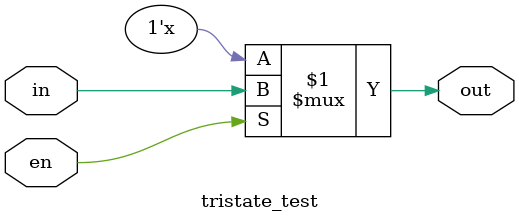
<source format=v>
module tristate_test(in, en, out);
input in;
input en;
output out;

assign out = en ? in : 1'bz;

endmodule

</source>
